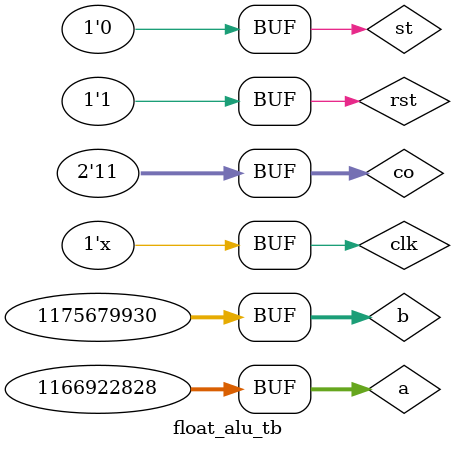
<source format=v>
`timescale 1ns/1ns

module float_alu_tb;
reg [31:0] a,b;
reg clk, rst,st;
reg [1:0] co;
wire [31:0] r;

    
float_alu uut(
    .a(a),
    .b(b),
    .clk(clk),
    .rst(rst),
    .st(st),
    .co(co),
    .r(r));
    
always #5 clk=~clk;
initial begin
clk=0;
rst=0;
st=0;

  


a=32'h458DD44C;
b=32'h461373BA;
co=3;
#10 rst=1; 
#10 st=1; 
#10 st=0;
end
    
endmodule

</source>
